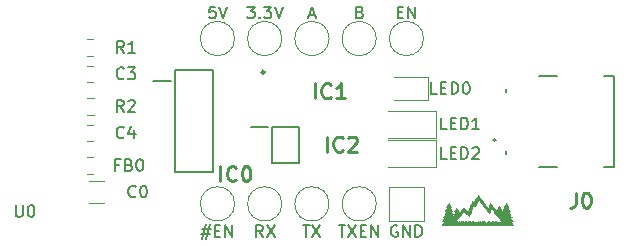
<source format=gbr>
G04 #@! TF.GenerationSoftware,KiCad,Pcbnew,(5.1.0)-1*
G04 #@! TF.CreationDate,2022-11-08T17:01:55+01:00*
G04 #@! TF.ProjectId,USB - UART,55534220-2d20-4554-9152-542e6b696361,rev?*
G04 #@! TF.SameCoordinates,Original*
G04 #@! TF.FileFunction,Legend,Top*
G04 #@! TF.FilePolarity,Positive*
%FSLAX46Y46*%
G04 Gerber Fmt 4.6, Leading zero omitted, Abs format (unit mm)*
G04 Created by KiCad (PCBNEW (5.1.0)-1) date 2022-11-08 17:01:55*
%MOMM*%
%LPD*%
G04 APERTURE LIST*
%ADD10C,0.010000*%
%ADD11C,0.120000*%
%ADD12C,0.200000*%
%ADD13C,0.250000*%
%ADD14C,0.150000*%
%ADD15C,0.254000*%
G04 APERTURE END LIST*
D10*
G36*
X143829210Y-108785460D02*
G01*
X143841238Y-108799556D01*
X143870178Y-108836491D01*
X143914020Y-108893608D01*
X143970748Y-108968255D01*
X144038351Y-109057776D01*
X144114815Y-109159517D01*
X144198128Y-109270823D01*
X144251224Y-109341978D01*
X144337425Y-109457004D01*
X144417956Y-109563263D01*
X144490833Y-109658222D01*
X144554067Y-109739348D01*
X144605675Y-109804108D01*
X144643669Y-109849969D01*
X144666063Y-109874399D01*
X144671267Y-109877647D01*
X144680146Y-109858641D01*
X144696535Y-109815321D01*
X144718295Y-109753626D01*
X144743288Y-109679489D01*
X144750125Y-109658687D01*
X144775583Y-109582307D01*
X144798329Y-109516844D01*
X144816236Y-109468219D01*
X144827178Y-109442357D01*
X144828635Y-109440074D01*
X144840874Y-109448875D01*
X144870049Y-109479752D01*
X144913617Y-109529710D01*
X144969033Y-109595753D01*
X145033754Y-109674888D01*
X145105234Y-109764118D01*
X145123228Y-109786849D01*
X145406768Y-110145862D01*
X145442093Y-110076900D01*
X145477418Y-110007937D01*
X145431503Y-110002980D01*
X145385589Y-109998022D01*
X145447069Y-109915667D01*
X145486894Y-109858490D01*
X145524352Y-109798451D01*
X145543643Y-109763426D01*
X145578737Y-109693539D01*
X145641979Y-109803113D01*
X145678156Y-109862204D01*
X145714646Y-109915970D01*
X145744132Y-109953690D01*
X145746581Y-109956343D01*
X145787940Y-110000000D01*
X145737345Y-110000000D01*
X145702625Y-110002913D01*
X145686839Y-110009990D01*
X145686749Y-110010622D01*
X145694975Y-110034015D01*
X145716256Y-110075001D01*
X145745496Y-110125119D01*
X145777600Y-110175911D01*
X145807472Y-110218918D01*
X145825805Y-110241468D01*
X145866117Y-110284500D01*
X145806695Y-110268092D01*
X145766729Y-110259556D01*
X145741525Y-110258801D01*
X145738863Y-110260094D01*
X145740260Y-110278508D01*
X145754879Y-110314336D01*
X145778072Y-110358750D01*
X145805190Y-110402919D01*
X145831585Y-110438016D01*
X145833862Y-110440531D01*
X145866909Y-110476249D01*
X145824454Y-110476249D01*
X145789887Y-110482465D01*
X145784624Y-110499900D01*
X145804391Y-110522695D01*
X145819782Y-110528017D01*
X145839085Y-110516449D01*
X145867048Y-110484082D01*
X145891349Y-110451112D01*
X145922248Y-110404557D01*
X145942381Y-110367489D01*
X145947611Y-110347585D01*
X145947396Y-110347160D01*
X145926690Y-110336679D01*
X145898481Y-110333375D01*
X145858085Y-110333375D01*
X145903386Y-110281636D01*
X145932261Y-110243077D01*
X145960887Y-110196020D01*
X145984983Y-110148920D01*
X146000266Y-110110237D01*
X146002455Y-110088427D01*
X146001713Y-110087422D01*
X145983017Y-110086347D01*
X145946982Y-110093527D01*
X145940750Y-110095249D01*
X145898023Y-110105155D01*
X145883062Y-110100679D01*
X145894333Y-110079679D01*
X145913760Y-110057490D01*
X145939621Y-110023914D01*
X145970808Y-109975538D01*
X146002441Y-109921065D01*
X146029636Y-109869199D01*
X146047513Y-109828644D01*
X146051875Y-109811246D01*
X146038300Y-109798004D01*
X146012187Y-109793625D01*
X145982319Y-109791161D01*
X145972500Y-109786448D01*
X145980913Y-109770923D01*
X146003188Y-109736326D01*
X146034874Y-109689524D01*
X146041957Y-109679291D01*
X146081982Y-109619045D01*
X146119702Y-109557857D01*
X146146512Y-109509794D01*
X146181611Y-109440275D01*
X146252742Y-109565356D01*
X146289552Y-109627025D01*
X146325756Y-109682539D01*
X146355199Y-109722613D01*
X146362721Y-109731225D01*
X146388317Y-109765247D01*
X146385690Y-109785402D01*
X146354315Y-109793349D01*
X146342916Y-109793625D01*
X146314339Y-109796691D01*
X146305875Y-109802015D01*
X146313893Y-109826936D01*
X146334789Y-109869968D01*
X146363821Y-109922807D01*
X146396246Y-109977151D01*
X146427323Y-110024697D01*
X146450276Y-110054875D01*
X146479388Y-110090225D01*
X146485131Y-110106901D01*
X146465278Y-110107701D01*
X146417946Y-110095521D01*
X146380463Y-110086738D01*
X146358725Y-110085340D01*
X146357452Y-110086005D01*
X146360066Y-110103148D01*
X146375134Y-110138857D01*
X146398254Y-110184789D01*
X146425024Y-110232605D01*
X146451044Y-110273961D01*
X146469143Y-110297656D01*
X146487692Y-110323817D01*
X146479858Y-110335731D01*
X146443874Y-110335418D01*
X146436843Y-110334560D01*
X146418557Y-110342872D01*
X146417000Y-110349425D01*
X146426809Y-110376440D01*
X146452575Y-110419436D01*
X146488806Y-110470982D01*
X146530009Y-110523651D01*
X146570691Y-110570012D01*
X146602533Y-110600377D01*
X146663062Y-110649810D01*
X146587656Y-110650342D01*
X146543697Y-110652901D01*
X146516551Y-110658814D01*
X146512309Y-110662781D01*
X146523131Y-110692664D01*
X146552159Y-110737853D01*
X146594538Y-110791831D01*
X146645411Y-110848081D01*
X146665256Y-110868011D01*
X146705659Y-110907985D01*
X146734664Y-110937699D01*
X146747107Y-110951836D01*
X146747116Y-110952328D01*
X146730604Y-110948027D01*
X146693438Y-110937204D01*
X146664508Y-110928515D01*
X146602968Y-110911501D01*
X146565802Y-110906164D01*
X146547897Y-110912411D01*
X146544000Y-110926323D01*
X146553013Y-110959615D01*
X146576988Y-111009920D01*
X146611327Y-111069239D01*
X146651432Y-111129576D01*
X146689070Y-111178636D01*
X146752126Y-111253960D01*
X143749552Y-111258011D01*
X143443209Y-111258397D01*
X143145417Y-111258718D01*
X142857726Y-111258975D01*
X142581685Y-111259169D01*
X142318843Y-111259300D01*
X142070748Y-111259369D01*
X141838949Y-111259376D01*
X141624997Y-111259323D01*
X141430439Y-111259209D01*
X141256825Y-111259036D01*
X141105703Y-111258803D01*
X140978624Y-111258512D01*
X140877135Y-111258164D01*
X140802786Y-111257758D01*
X140757126Y-111257296D01*
X140741707Y-111256791D01*
X140748845Y-111243838D01*
X140772955Y-111217027D01*
X140788910Y-111201229D01*
X140834228Y-111149747D01*
X140879616Y-111085068D01*
X140902314Y-111045743D01*
X141849971Y-111045743D01*
X141864611Y-111045321D01*
X141894068Y-111028457D01*
X141929887Y-111000125D01*
X141965885Y-110971387D01*
X141993437Y-110954434D01*
X142000153Y-110952500D01*
X142015174Y-110965904D01*
X142034416Y-110999731D01*
X142042548Y-111018406D01*
X142068919Y-111084313D01*
X142128285Y-111026344D01*
X142163563Y-110993615D01*
X142189601Y-110972596D01*
X142197666Y-110968375D01*
X142214082Y-110978606D01*
X142243260Y-111004262D01*
X142255307Y-111016000D01*
X142297848Y-111051925D01*
X142329562Y-111059839D01*
X142355734Y-111039089D01*
X142376389Y-111001061D01*
X142395053Y-110962817D01*
X142409620Y-110948906D01*
X142428360Y-110954418D01*
X142441297Y-110962542D01*
X142479927Y-110978963D01*
X142509034Y-110981449D01*
X142542986Y-110987730D01*
X142574426Y-111007357D01*
X142592955Y-111023173D01*
X142609050Y-111029231D01*
X142630116Y-111023682D01*
X142663558Y-111004675D01*
X142713216Y-110972676D01*
X142735605Y-110960969D01*
X142751607Y-110965807D01*
X142769171Y-110992098D01*
X142780806Y-111014394D01*
X142802499Y-111053249D01*
X142819678Y-111068613D01*
X142840745Y-111065999D01*
X142852110Y-111061170D01*
X142886199Y-111033826D01*
X142909619Y-110997725D01*
X142930767Y-110956529D01*
X142952699Y-110942975D01*
X142982916Y-110953673D01*
X142993072Y-110960020D01*
X143034517Y-110978222D01*
X143086184Y-110990167D01*
X143092739Y-110990933D01*
X143147842Y-111002901D01*
X143206123Y-111024711D01*
X143217837Y-111030512D01*
X143280986Y-111063891D01*
X143318120Y-110990824D01*
X143340500Y-110948733D01*
X143355567Y-110930761D01*
X143370000Y-110932525D01*
X143386452Y-110945990D01*
X143416257Y-110979077D01*
X143447022Y-111021813D01*
X143449540Y-111025823D01*
X143484817Y-111069653D01*
X143519649Y-111082586D01*
X143557802Y-111065192D01*
X143579119Y-111045491D01*
X143624744Y-111010672D01*
X143677136Y-111000134D01*
X143679127Y-111000125D01*
X143732920Y-110993042D01*
X143781929Y-110976219D01*
X143814745Y-110961547D01*
X143832274Y-110963996D01*
X143844110Y-110980188D01*
X143870400Y-111023831D01*
X143888159Y-111042393D01*
X143903844Y-111038781D01*
X143923778Y-111016075D01*
X143954447Y-110976463D01*
X143999936Y-111020044D01*
X144041940Y-111053407D01*
X144074185Y-111059247D01*
X144102283Y-111036319D01*
X144127888Y-110991656D01*
X144150145Y-110949604D01*
X144167006Y-110931565D01*
X144185017Y-110932136D01*
X144194551Y-110936652D01*
X144234081Y-110944905D01*
X144260008Y-110935550D01*
X144305793Y-110926859D01*
X144350451Y-110948074D01*
X144390788Y-110997418D01*
X144399424Y-111013157D01*
X144426110Y-111055396D01*
X144457575Y-111076887D01*
X144491352Y-111085294D01*
X144534608Y-111088846D01*
X144564919Y-111076982D01*
X144593958Y-111049114D01*
X144630055Y-111014038D01*
X144663792Y-110988161D01*
X144668132Y-110985650D01*
X144691259Y-110978367D01*
X144710585Y-110989894D01*
X144733376Y-111022524D01*
X144756813Y-111056525D01*
X144776756Y-111067919D01*
X144804907Y-111061975D01*
X144813762Y-111058713D01*
X144853132Y-111048921D01*
X144877497Y-111057760D01*
X144879541Y-111059691D01*
X144896949Y-111065987D01*
X144923311Y-111053144D01*
X144959184Y-111023401D01*
X144996134Y-110992100D01*
X145024091Y-110972167D01*
X145032980Y-110968375D01*
X145047228Y-110981344D01*
X145067174Y-111013751D01*
X145073812Y-111026972D01*
X145101756Y-111085570D01*
X145140242Y-111036393D01*
X145176384Y-111001285D01*
X145208505Y-110995012D01*
X145209321Y-110995216D01*
X145244963Y-110989391D01*
X145268422Y-110969920D01*
X145292660Y-110945460D01*
X145307121Y-110936625D01*
X145318192Y-110950076D01*
X145334939Y-110984307D01*
X145344593Y-111008062D01*
X145364362Y-111050498D01*
X145383151Y-111076240D01*
X145396725Y-111080987D01*
X145401000Y-111065323D01*
X145412819Y-111045138D01*
X145441154Y-111041342D01*
X145475318Y-111053947D01*
X145490007Y-111065217D01*
X145526454Y-111099457D01*
X145589450Y-111068289D01*
X145643942Y-111048217D01*
X145677837Y-111051330D01*
X145704407Y-111051478D01*
X145739473Y-111035932D01*
X145771960Y-111011986D01*
X145790794Y-110986932D01*
X145791660Y-110976380D01*
X145780922Y-110959889D01*
X145752978Y-110922163D01*
X145710246Y-110866242D01*
X145655143Y-110795163D01*
X145590086Y-110711967D01*
X145517494Y-110619691D01*
X145439784Y-110521375D01*
X145359373Y-110420057D01*
X145278679Y-110318777D01*
X145200119Y-110220573D01*
X145126110Y-110128484D01*
X145059071Y-110045549D01*
X145001418Y-109974807D01*
X144955569Y-109919296D01*
X144923942Y-109882055D01*
X144908954Y-109866124D01*
X144908140Y-109865774D01*
X144900378Y-109881902D01*
X144884955Y-109922743D01*
X144863853Y-109982760D01*
X144839053Y-110056417D01*
X144829261Y-110086250D01*
X144803550Y-110163079D01*
X144780620Y-110227807D01*
X144762473Y-110275058D01*
X144751113Y-110299460D01*
X144748983Y-110301625D01*
X144737696Y-110289312D01*
X144709408Y-110254073D01*
X144666068Y-110198453D01*
X144609627Y-110125000D01*
X144542033Y-110036262D01*
X144465236Y-109934784D01*
X144381187Y-109823113D01*
X144311924Y-109730676D01*
X144223504Y-109612936D01*
X144140660Y-109503565D01*
X144065358Y-109405091D01*
X143999563Y-109320042D01*
X143945243Y-109250945D01*
X143904363Y-109200327D01*
X143878889Y-109170716D01*
X143870978Y-109163829D01*
X143858587Y-109178048D01*
X143832620Y-109215076D01*
X143795951Y-109270568D01*
X143751455Y-109340179D01*
X143704122Y-109416123D01*
X143654904Y-109495662D01*
X143611064Y-109565841D01*
X143575436Y-109622174D01*
X143550858Y-109660178D01*
X143540322Y-109675218D01*
X143521463Y-109674403D01*
X143487087Y-109659377D01*
X143472187Y-109650750D01*
X143435612Y-109630506D01*
X143411748Y-109621688D01*
X143408063Y-109622270D01*
X143402398Y-109633489D01*
X143389019Y-109664048D01*
X143367382Y-109715268D01*
X143336941Y-109788467D01*
X143297151Y-109884966D01*
X143247467Y-110006086D01*
X143187346Y-110153145D01*
X143116240Y-110327464D01*
X143063607Y-110456669D01*
X143029564Y-110540275D01*
X142965126Y-110480732D01*
X142929368Y-110447095D01*
X142877450Y-110397490D01*
X142815883Y-110338174D01*
X142751182Y-110275402D01*
X142740422Y-110264917D01*
X142580158Y-110108646D01*
X142541985Y-110155962D01*
X142481771Y-110230891D01*
X142413243Y-110316657D01*
X142339056Y-110409890D01*
X142261867Y-110507216D01*
X142184333Y-110605265D01*
X142109111Y-110700663D01*
X142038856Y-110790039D01*
X141976227Y-110870021D01*
X141923878Y-110937237D01*
X141884467Y-110988314D01*
X141860651Y-111019881D01*
X141855039Y-111027906D01*
X141849971Y-111045743D01*
X140902314Y-111045743D01*
X140918198Y-111018225D01*
X140943100Y-110960252D01*
X140946360Y-110948531D01*
X140950100Y-110921147D01*
X140941663Y-110907697D01*
X140915959Y-110907261D01*
X140867902Y-110918920D01*
X140835491Y-110928515D01*
X140790436Y-110941961D01*
X140760069Y-110950606D01*
X140752883Y-110952328D01*
X140761046Y-110942277D01*
X140786892Y-110915495D01*
X140825258Y-110877298D01*
X140834743Y-110868011D01*
X140887515Y-110812561D01*
X140933576Y-110756992D01*
X140968070Y-110707820D01*
X140986140Y-110671561D01*
X140987690Y-110662781D01*
X140984552Y-110661225D01*
X141647504Y-110661225D01*
X141654499Y-110684148D01*
X141657575Y-110690973D01*
X141677839Y-110720635D01*
X141700164Y-110720288D01*
X141727802Y-110689700D01*
X141730483Y-110685723D01*
X141743649Y-110662704D01*
X141737434Y-110653013D01*
X141706221Y-110650896D01*
X141696464Y-110650875D01*
X141659341Y-110652353D01*
X141647504Y-110661225D01*
X140984552Y-110661225D01*
X140973483Y-110655738D01*
X140937274Y-110651191D01*
X140912343Y-110650342D01*
X140836937Y-110649810D01*
X140899254Y-110598942D01*
X140933025Y-110565965D01*
X140972810Y-110519294D01*
X141013153Y-110466435D01*
X141048601Y-110414891D01*
X141073699Y-110372169D01*
X141083000Y-110346092D01*
X141070729Y-110334650D01*
X141063156Y-110334560D01*
X141023279Y-110336352D01*
X141011788Y-110326188D01*
X141026917Y-110302046D01*
X141030856Y-110297656D01*
X141052827Y-110268212D01*
X141079257Y-110225284D01*
X141105744Y-110177212D01*
X141127887Y-110132337D01*
X141141284Y-110099001D01*
X141142547Y-110086005D01*
X141124864Y-110085900D01*
X141089262Y-110093521D01*
X141082053Y-110095521D01*
X141034538Y-110107735D01*
X141014832Y-110106855D01*
X141020709Y-110090084D01*
X141049723Y-110054875D01*
X141075514Y-110020592D01*
X141106932Y-109972017D01*
X141139235Y-109917455D01*
X141167682Y-109865206D01*
X141187530Y-109823575D01*
X141194125Y-109802015D01*
X141180304Y-109796119D01*
X141147015Y-109793625D01*
X141146500Y-109793625D01*
X141110034Y-109790170D01*
X141101596Y-109776976D01*
X141119903Y-109749797D01*
X141129938Y-109738793D01*
X141151664Y-109710818D01*
X141183931Y-109663477D01*
X141221331Y-109604858D01*
X141240189Y-109573971D01*
X141319377Y-109442214D01*
X141353981Y-109510763D01*
X141381084Y-109559252D01*
X141418681Y-109620111D01*
X141458042Y-109679291D01*
X141491077Y-109727713D01*
X141515593Y-109765303D01*
X141527138Y-109785196D01*
X141527500Y-109786448D01*
X141513684Y-109791505D01*
X141480441Y-109793624D01*
X141480215Y-109793625D01*
X141447992Y-109795757D01*
X141441157Y-109808466D01*
X141451850Y-109837281D01*
X141473056Y-109879985D01*
X141502393Y-109931356D01*
X141535200Y-109984186D01*
X141566821Y-110031265D01*
X141592597Y-110065384D01*
X141607869Y-110079336D01*
X141608298Y-110079375D01*
X141622184Y-110091633D01*
X141622750Y-110096319D01*
X141610256Y-110106252D01*
X141591000Y-110104257D01*
X141547161Y-110091820D01*
X141527500Y-110086242D01*
X141501030Y-110086605D01*
X141495750Y-110098384D01*
X141504701Y-110131609D01*
X141527705Y-110179375D01*
X141558982Y-110231424D01*
X141592756Y-110277500D01*
X141603533Y-110289718D01*
X141627870Y-110319969D01*
X141627836Y-110334084D01*
X141621751Y-110335792D01*
X141584251Y-110339612D01*
X141575125Y-110340503D01*
X141558102Y-110349334D01*
X141560086Y-110372976D01*
X141581995Y-110414725D01*
X141605962Y-110451110D01*
X141645986Y-110504055D01*
X141688715Y-110552289D01*
X141728346Y-110590101D01*
X141759072Y-110611775D01*
X141771858Y-110614401D01*
X141792020Y-110597734D01*
X141788215Y-110578848D01*
X141766947Y-110571500D01*
X141742968Y-110569348D01*
X141736769Y-110559238D01*
X141749281Y-110535683D01*
X141779890Y-110495162D01*
X141810594Y-110451070D01*
X141832840Y-110410210D01*
X141837187Y-110398751D01*
X141842332Y-110374643D01*
X141832998Y-110366315D01*
X141801872Y-110369727D01*
X141788964Y-110372103D01*
X141729460Y-110383266D01*
X141784854Y-110318551D01*
X141822960Y-110267174D01*
X141855343Y-110212002D01*
X141865159Y-110190418D01*
X141890070Y-110127000D01*
X141809481Y-110127000D01*
X141848633Y-110075406D01*
X141879056Y-110031660D01*
X141914567Y-109975500D01*
X141935086Y-109940697D01*
X141982387Y-109857581D01*
X142070359Y-109992290D01*
X142109576Y-110053017D01*
X142132899Y-110092105D01*
X142142099Y-110114295D01*
X142138951Y-110124328D01*
X142125226Y-110126947D01*
X142120728Y-110127000D01*
X142091871Y-110129709D01*
X142083125Y-110134512D01*
X142089908Y-110155667D01*
X142106625Y-110191489D01*
X142127830Y-110231764D01*
X142148073Y-110266276D01*
X142161907Y-110284809D01*
X142163779Y-110285750D01*
X142178904Y-110274169D01*
X142204922Y-110244801D01*
X142219470Y-110226218D01*
X142280561Y-110146258D01*
X142342716Y-110066846D01*
X142402735Y-109991865D01*
X142457418Y-109925197D01*
X142503565Y-109870725D01*
X142537975Y-109832331D01*
X142557449Y-109813898D01*
X142560172Y-109812891D01*
X142575519Y-109824998D01*
X142609122Y-109855035D01*
X142656434Y-109898837D01*
X142712912Y-109952238D01*
X142729652Y-109968250D01*
X142790227Y-110026128D01*
X142845083Y-110078166D01*
X142888876Y-110119319D01*
X142916263Y-110144545D01*
X142919419Y-110147338D01*
X142927571Y-110155656D01*
X142934130Y-110162528D01*
X142940395Y-110165335D01*
X142947666Y-110161455D01*
X142957244Y-110148268D01*
X142970429Y-110123152D01*
X142988520Y-110083487D01*
X143012818Y-110026652D01*
X143044623Y-109950026D01*
X143085235Y-109850988D01*
X143135953Y-109726917D01*
X143173617Y-109634875D01*
X143207708Y-109551894D01*
X143240135Y-109473417D01*
X143267747Y-109407044D01*
X143287389Y-109360373D01*
X143290984Y-109351980D01*
X143320574Y-109283398D01*
X143374066Y-109324199D01*
X143410866Y-109349602D01*
X143438315Y-109363870D01*
X143443521Y-109364999D01*
X143459216Y-109352378D01*
X143484921Y-109319314D01*
X143514601Y-109273718D01*
X143595181Y-109140570D01*
X143661038Y-109032501D01*
X143713620Y-108947269D01*
X143754371Y-108882628D01*
X143784739Y-108836333D01*
X143806170Y-108806141D01*
X143820110Y-108789806D01*
X143828005Y-108785085D01*
X143829210Y-108785460D01*
X143829210Y-108785460D01*
G37*
X143829210Y-108785460D02*
X143841238Y-108799556D01*
X143870178Y-108836491D01*
X143914020Y-108893608D01*
X143970748Y-108968255D01*
X144038351Y-109057776D01*
X144114815Y-109159517D01*
X144198128Y-109270823D01*
X144251224Y-109341978D01*
X144337425Y-109457004D01*
X144417956Y-109563263D01*
X144490833Y-109658222D01*
X144554067Y-109739348D01*
X144605675Y-109804108D01*
X144643669Y-109849969D01*
X144666063Y-109874399D01*
X144671267Y-109877647D01*
X144680146Y-109858641D01*
X144696535Y-109815321D01*
X144718295Y-109753626D01*
X144743288Y-109679489D01*
X144750125Y-109658687D01*
X144775583Y-109582307D01*
X144798329Y-109516844D01*
X144816236Y-109468219D01*
X144827178Y-109442357D01*
X144828635Y-109440074D01*
X144840874Y-109448875D01*
X144870049Y-109479752D01*
X144913617Y-109529710D01*
X144969033Y-109595753D01*
X145033754Y-109674888D01*
X145105234Y-109764118D01*
X145123228Y-109786849D01*
X145406768Y-110145862D01*
X145442093Y-110076900D01*
X145477418Y-110007937D01*
X145431503Y-110002980D01*
X145385589Y-109998022D01*
X145447069Y-109915667D01*
X145486894Y-109858490D01*
X145524352Y-109798451D01*
X145543643Y-109763426D01*
X145578737Y-109693539D01*
X145641979Y-109803113D01*
X145678156Y-109862204D01*
X145714646Y-109915970D01*
X145744132Y-109953690D01*
X145746581Y-109956343D01*
X145787940Y-110000000D01*
X145737345Y-110000000D01*
X145702625Y-110002913D01*
X145686839Y-110009990D01*
X145686749Y-110010622D01*
X145694975Y-110034015D01*
X145716256Y-110075001D01*
X145745496Y-110125119D01*
X145777600Y-110175911D01*
X145807472Y-110218918D01*
X145825805Y-110241468D01*
X145866117Y-110284500D01*
X145806695Y-110268092D01*
X145766729Y-110259556D01*
X145741525Y-110258801D01*
X145738863Y-110260094D01*
X145740260Y-110278508D01*
X145754879Y-110314336D01*
X145778072Y-110358750D01*
X145805190Y-110402919D01*
X145831585Y-110438016D01*
X145833862Y-110440531D01*
X145866909Y-110476249D01*
X145824454Y-110476249D01*
X145789887Y-110482465D01*
X145784624Y-110499900D01*
X145804391Y-110522695D01*
X145819782Y-110528017D01*
X145839085Y-110516449D01*
X145867048Y-110484082D01*
X145891349Y-110451112D01*
X145922248Y-110404557D01*
X145942381Y-110367489D01*
X145947611Y-110347585D01*
X145947396Y-110347160D01*
X145926690Y-110336679D01*
X145898481Y-110333375D01*
X145858085Y-110333375D01*
X145903386Y-110281636D01*
X145932261Y-110243077D01*
X145960887Y-110196020D01*
X145984983Y-110148920D01*
X146000266Y-110110237D01*
X146002455Y-110088427D01*
X146001713Y-110087422D01*
X145983017Y-110086347D01*
X145946982Y-110093527D01*
X145940750Y-110095249D01*
X145898023Y-110105155D01*
X145883062Y-110100679D01*
X145894333Y-110079679D01*
X145913760Y-110057490D01*
X145939621Y-110023914D01*
X145970808Y-109975538D01*
X146002441Y-109921065D01*
X146029636Y-109869199D01*
X146047513Y-109828644D01*
X146051875Y-109811246D01*
X146038300Y-109798004D01*
X146012187Y-109793625D01*
X145982319Y-109791161D01*
X145972500Y-109786448D01*
X145980913Y-109770923D01*
X146003188Y-109736326D01*
X146034874Y-109689524D01*
X146041957Y-109679291D01*
X146081982Y-109619045D01*
X146119702Y-109557857D01*
X146146512Y-109509794D01*
X146181611Y-109440275D01*
X146252742Y-109565356D01*
X146289552Y-109627025D01*
X146325756Y-109682539D01*
X146355199Y-109722613D01*
X146362721Y-109731225D01*
X146388317Y-109765247D01*
X146385690Y-109785402D01*
X146354315Y-109793349D01*
X146342916Y-109793625D01*
X146314339Y-109796691D01*
X146305875Y-109802015D01*
X146313893Y-109826936D01*
X146334789Y-109869968D01*
X146363821Y-109922807D01*
X146396246Y-109977151D01*
X146427323Y-110024697D01*
X146450276Y-110054875D01*
X146479388Y-110090225D01*
X146485131Y-110106901D01*
X146465278Y-110107701D01*
X146417946Y-110095521D01*
X146380463Y-110086738D01*
X146358725Y-110085340D01*
X146357452Y-110086005D01*
X146360066Y-110103148D01*
X146375134Y-110138857D01*
X146398254Y-110184789D01*
X146425024Y-110232605D01*
X146451044Y-110273961D01*
X146469143Y-110297656D01*
X146487692Y-110323817D01*
X146479858Y-110335731D01*
X146443874Y-110335418D01*
X146436843Y-110334560D01*
X146418557Y-110342872D01*
X146417000Y-110349425D01*
X146426809Y-110376440D01*
X146452575Y-110419436D01*
X146488806Y-110470982D01*
X146530009Y-110523651D01*
X146570691Y-110570012D01*
X146602533Y-110600377D01*
X146663062Y-110649810D01*
X146587656Y-110650342D01*
X146543697Y-110652901D01*
X146516551Y-110658814D01*
X146512309Y-110662781D01*
X146523131Y-110692664D01*
X146552159Y-110737853D01*
X146594538Y-110791831D01*
X146645411Y-110848081D01*
X146665256Y-110868011D01*
X146705659Y-110907985D01*
X146734664Y-110937699D01*
X146747107Y-110951836D01*
X146747116Y-110952328D01*
X146730604Y-110948027D01*
X146693438Y-110937204D01*
X146664508Y-110928515D01*
X146602968Y-110911501D01*
X146565802Y-110906164D01*
X146547897Y-110912411D01*
X146544000Y-110926323D01*
X146553013Y-110959615D01*
X146576988Y-111009920D01*
X146611327Y-111069239D01*
X146651432Y-111129576D01*
X146689070Y-111178636D01*
X146752126Y-111253960D01*
X143749552Y-111258011D01*
X143443209Y-111258397D01*
X143145417Y-111258718D01*
X142857726Y-111258975D01*
X142581685Y-111259169D01*
X142318843Y-111259300D01*
X142070748Y-111259369D01*
X141838949Y-111259376D01*
X141624997Y-111259323D01*
X141430439Y-111259209D01*
X141256825Y-111259036D01*
X141105703Y-111258803D01*
X140978624Y-111258512D01*
X140877135Y-111258164D01*
X140802786Y-111257758D01*
X140757126Y-111257296D01*
X140741707Y-111256791D01*
X140748845Y-111243838D01*
X140772955Y-111217027D01*
X140788910Y-111201229D01*
X140834228Y-111149747D01*
X140879616Y-111085068D01*
X140902314Y-111045743D01*
X141849971Y-111045743D01*
X141864611Y-111045321D01*
X141894068Y-111028457D01*
X141929887Y-111000125D01*
X141965885Y-110971387D01*
X141993437Y-110954434D01*
X142000153Y-110952500D01*
X142015174Y-110965904D01*
X142034416Y-110999731D01*
X142042548Y-111018406D01*
X142068919Y-111084313D01*
X142128285Y-111026344D01*
X142163563Y-110993615D01*
X142189601Y-110972596D01*
X142197666Y-110968375D01*
X142214082Y-110978606D01*
X142243260Y-111004262D01*
X142255307Y-111016000D01*
X142297848Y-111051925D01*
X142329562Y-111059839D01*
X142355734Y-111039089D01*
X142376389Y-111001061D01*
X142395053Y-110962817D01*
X142409620Y-110948906D01*
X142428360Y-110954418D01*
X142441297Y-110962542D01*
X142479927Y-110978963D01*
X142509034Y-110981449D01*
X142542986Y-110987730D01*
X142574426Y-111007357D01*
X142592955Y-111023173D01*
X142609050Y-111029231D01*
X142630116Y-111023682D01*
X142663558Y-111004675D01*
X142713216Y-110972676D01*
X142735605Y-110960969D01*
X142751607Y-110965807D01*
X142769171Y-110992098D01*
X142780806Y-111014394D01*
X142802499Y-111053249D01*
X142819678Y-111068613D01*
X142840745Y-111065999D01*
X142852110Y-111061170D01*
X142886199Y-111033826D01*
X142909619Y-110997725D01*
X142930767Y-110956529D01*
X142952699Y-110942975D01*
X142982916Y-110953673D01*
X142993072Y-110960020D01*
X143034517Y-110978222D01*
X143086184Y-110990167D01*
X143092739Y-110990933D01*
X143147842Y-111002901D01*
X143206123Y-111024711D01*
X143217837Y-111030512D01*
X143280986Y-111063891D01*
X143318120Y-110990824D01*
X143340500Y-110948733D01*
X143355567Y-110930761D01*
X143370000Y-110932525D01*
X143386452Y-110945990D01*
X143416257Y-110979077D01*
X143447022Y-111021813D01*
X143449540Y-111025823D01*
X143484817Y-111069653D01*
X143519649Y-111082586D01*
X143557802Y-111065192D01*
X143579119Y-111045491D01*
X143624744Y-111010672D01*
X143677136Y-111000134D01*
X143679127Y-111000125D01*
X143732920Y-110993042D01*
X143781929Y-110976219D01*
X143814745Y-110961547D01*
X143832274Y-110963996D01*
X143844110Y-110980188D01*
X143870400Y-111023831D01*
X143888159Y-111042393D01*
X143903844Y-111038781D01*
X143923778Y-111016075D01*
X143954447Y-110976463D01*
X143999936Y-111020044D01*
X144041940Y-111053407D01*
X144074185Y-111059247D01*
X144102283Y-111036319D01*
X144127888Y-110991656D01*
X144150145Y-110949604D01*
X144167006Y-110931565D01*
X144185017Y-110932136D01*
X144194551Y-110936652D01*
X144234081Y-110944905D01*
X144260008Y-110935550D01*
X144305793Y-110926859D01*
X144350451Y-110948074D01*
X144390788Y-110997418D01*
X144399424Y-111013157D01*
X144426110Y-111055396D01*
X144457575Y-111076887D01*
X144491352Y-111085294D01*
X144534608Y-111088846D01*
X144564919Y-111076982D01*
X144593958Y-111049114D01*
X144630055Y-111014038D01*
X144663792Y-110988161D01*
X144668132Y-110985650D01*
X144691259Y-110978367D01*
X144710585Y-110989894D01*
X144733376Y-111022524D01*
X144756813Y-111056525D01*
X144776756Y-111067919D01*
X144804907Y-111061975D01*
X144813762Y-111058713D01*
X144853132Y-111048921D01*
X144877497Y-111057760D01*
X144879541Y-111059691D01*
X144896949Y-111065987D01*
X144923311Y-111053144D01*
X144959184Y-111023401D01*
X144996134Y-110992100D01*
X145024091Y-110972167D01*
X145032980Y-110968375D01*
X145047228Y-110981344D01*
X145067174Y-111013751D01*
X145073812Y-111026972D01*
X145101756Y-111085570D01*
X145140242Y-111036393D01*
X145176384Y-111001285D01*
X145208505Y-110995012D01*
X145209321Y-110995216D01*
X145244963Y-110989391D01*
X145268422Y-110969920D01*
X145292660Y-110945460D01*
X145307121Y-110936625D01*
X145318192Y-110950076D01*
X145334939Y-110984307D01*
X145344593Y-111008062D01*
X145364362Y-111050498D01*
X145383151Y-111076240D01*
X145396725Y-111080987D01*
X145401000Y-111065323D01*
X145412819Y-111045138D01*
X145441154Y-111041342D01*
X145475318Y-111053947D01*
X145490007Y-111065217D01*
X145526454Y-111099457D01*
X145589450Y-111068289D01*
X145643942Y-111048217D01*
X145677837Y-111051330D01*
X145704407Y-111051478D01*
X145739473Y-111035932D01*
X145771960Y-111011986D01*
X145790794Y-110986932D01*
X145791660Y-110976380D01*
X145780922Y-110959889D01*
X145752978Y-110922163D01*
X145710246Y-110866242D01*
X145655143Y-110795163D01*
X145590086Y-110711967D01*
X145517494Y-110619691D01*
X145439784Y-110521375D01*
X145359373Y-110420057D01*
X145278679Y-110318777D01*
X145200119Y-110220573D01*
X145126110Y-110128484D01*
X145059071Y-110045549D01*
X145001418Y-109974807D01*
X144955569Y-109919296D01*
X144923942Y-109882055D01*
X144908954Y-109866124D01*
X144908140Y-109865774D01*
X144900378Y-109881902D01*
X144884955Y-109922743D01*
X144863853Y-109982760D01*
X144839053Y-110056417D01*
X144829261Y-110086250D01*
X144803550Y-110163079D01*
X144780620Y-110227807D01*
X144762473Y-110275058D01*
X144751113Y-110299460D01*
X144748983Y-110301625D01*
X144737696Y-110289312D01*
X144709408Y-110254073D01*
X144666068Y-110198453D01*
X144609627Y-110125000D01*
X144542033Y-110036262D01*
X144465236Y-109934784D01*
X144381187Y-109823113D01*
X144311924Y-109730676D01*
X144223504Y-109612936D01*
X144140660Y-109503565D01*
X144065358Y-109405091D01*
X143999563Y-109320042D01*
X143945243Y-109250945D01*
X143904363Y-109200327D01*
X143878889Y-109170716D01*
X143870978Y-109163829D01*
X143858587Y-109178048D01*
X143832620Y-109215076D01*
X143795951Y-109270568D01*
X143751455Y-109340179D01*
X143704122Y-109416123D01*
X143654904Y-109495662D01*
X143611064Y-109565841D01*
X143575436Y-109622174D01*
X143550858Y-109660178D01*
X143540322Y-109675218D01*
X143521463Y-109674403D01*
X143487087Y-109659377D01*
X143472187Y-109650750D01*
X143435612Y-109630506D01*
X143411748Y-109621688D01*
X143408063Y-109622270D01*
X143402398Y-109633489D01*
X143389019Y-109664048D01*
X143367382Y-109715268D01*
X143336941Y-109788467D01*
X143297151Y-109884966D01*
X143247467Y-110006086D01*
X143187346Y-110153145D01*
X143116240Y-110327464D01*
X143063607Y-110456669D01*
X143029564Y-110540275D01*
X142965126Y-110480732D01*
X142929368Y-110447095D01*
X142877450Y-110397490D01*
X142815883Y-110338174D01*
X142751182Y-110275402D01*
X142740422Y-110264917D01*
X142580158Y-110108646D01*
X142541985Y-110155962D01*
X142481771Y-110230891D01*
X142413243Y-110316657D01*
X142339056Y-110409890D01*
X142261867Y-110507216D01*
X142184333Y-110605265D01*
X142109111Y-110700663D01*
X142038856Y-110790039D01*
X141976227Y-110870021D01*
X141923878Y-110937237D01*
X141884467Y-110988314D01*
X141860651Y-111019881D01*
X141855039Y-111027906D01*
X141849971Y-111045743D01*
X140902314Y-111045743D01*
X140918198Y-111018225D01*
X140943100Y-110960252D01*
X140946360Y-110948531D01*
X140950100Y-110921147D01*
X140941663Y-110907697D01*
X140915959Y-110907261D01*
X140867902Y-110918920D01*
X140835491Y-110928515D01*
X140790436Y-110941961D01*
X140760069Y-110950606D01*
X140752883Y-110952328D01*
X140761046Y-110942277D01*
X140786892Y-110915495D01*
X140825258Y-110877298D01*
X140834743Y-110868011D01*
X140887515Y-110812561D01*
X140933576Y-110756992D01*
X140968070Y-110707820D01*
X140986140Y-110671561D01*
X140987690Y-110662781D01*
X140984552Y-110661225D01*
X141647504Y-110661225D01*
X141654499Y-110684148D01*
X141657575Y-110690973D01*
X141677839Y-110720635D01*
X141700164Y-110720288D01*
X141727802Y-110689700D01*
X141730483Y-110685723D01*
X141743649Y-110662704D01*
X141737434Y-110653013D01*
X141706221Y-110650896D01*
X141696464Y-110650875D01*
X141659341Y-110652353D01*
X141647504Y-110661225D01*
X140984552Y-110661225D01*
X140973483Y-110655738D01*
X140937274Y-110651191D01*
X140912343Y-110650342D01*
X140836937Y-110649810D01*
X140899254Y-110598942D01*
X140933025Y-110565965D01*
X140972810Y-110519294D01*
X141013153Y-110466435D01*
X141048601Y-110414891D01*
X141073699Y-110372169D01*
X141083000Y-110346092D01*
X141070729Y-110334650D01*
X141063156Y-110334560D01*
X141023279Y-110336352D01*
X141011788Y-110326188D01*
X141026917Y-110302046D01*
X141030856Y-110297656D01*
X141052827Y-110268212D01*
X141079257Y-110225284D01*
X141105744Y-110177212D01*
X141127887Y-110132337D01*
X141141284Y-110099001D01*
X141142547Y-110086005D01*
X141124864Y-110085900D01*
X141089262Y-110093521D01*
X141082053Y-110095521D01*
X141034538Y-110107735D01*
X141014832Y-110106855D01*
X141020709Y-110090084D01*
X141049723Y-110054875D01*
X141075514Y-110020592D01*
X141106932Y-109972017D01*
X141139235Y-109917455D01*
X141167682Y-109865206D01*
X141187530Y-109823575D01*
X141194125Y-109802015D01*
X141180304Y-109796119D01*
X141147015Y-109793625D01*
X141146500Y-109793625D01*
X141110034Y-109790170D01*
X141101596Y-109776976D01*
X141119903Y-109749797D01*
X141129938Y-109738793D01*
X141151664Y-109710818D01*
X141183931Y-109663477D01*
X141221331Y-109604858D01*
X141240189Y-109573971D01*
X141319377Y-109442214D01*
X141353981Y-109510763D01*
X141381084Y-109559252D01*
X141418681Y-109620111D01*
X141458042Y-109679291D01*
X141491077Y-109727713D01*
X141515593Y-109765303D01*
X141527138Y-109785196D01*
X141527500Y-109786448D01*
X141513684Y-109791505D01*
X141480441Y-109793624D01*
X141480215Y-109793625D01*
X141447992Y-109795757D01*
X141441157Y-109808466D01*
X141451850Y-109837281D01*
X141473056Y-109879985D01*
X141502393Y-109931356D01*
X141535200Y-109984186D01*
X141566821Y-110031265D01*
X141592597Y-110065384D01*
X141607869Y-110079336D01*
X141608298Y-110079375D01*
X141622184Y-110091633D01*
X141622750Y-110096319D01*
X141610256Y-110106252D01*
X141591000Y-110104257D01*
X141547161Y-110091820D01*
X141527500Y-110086242D01*
X141501030Y-110086605D01*
X141495750Y-110098384D01*
X141504701Y-110131609D01*
X141527705Y-110179375D01*
X141558982Y-110231424D01*
X141592756Y-110277500D01*
X141603533Y-110289718D01*
X141627870Y-110319969D01*
X141627836Y-110334084D01*
X141621751Y-110335792D01*
X141584251Y-110339612D01*
X141575125Y-110340503D01*
X141558102Y-110349334D01*
X141560086Y-110372976D01*
X141581995Y-110414725D01*
X141605962Y-110451110D01*
X141645986Y-110504055D01*
X141688715Y-110552289D01*
X141728346Y-110590101D01*
X141759072Y-110611775D01*
X141771858Y-110614401D01*
X141792020Y-110597734D01*
X141788215Y-110578848D01*
X141766947Y-110571500D01*
X141742968Y-110569348D01*
X141736769Y-110559238D01*
X141749281Y-110535683D01*
X141779890Y-110495162D01*
X141810594Y-110451070D01*
X141832840Y-110410210D01*
X141837187Y-110398751D01*
X141842332Y-110374643D01*
X141832998Y-110366315D01*
X141801872Y-110369727D01*
X141788964Y-110372103D01*
X141729460Y-110383266D01*
X141784854Y-110318551D01*
X141822960Y-110267174D01*
X141855343Y-110212002D01*
X141865159Y-110190418D01*
X141890070Y-110127000D01*
X141809481Y-110127000D01*
X141848633Y-110075406D01*
X141879056Y-110031660D01*
X141914567Y-109975500D01*
X141935086Y-109940697D01*
X141982387Y-109857581D01*
X142070359Y-109992290D01*
X142109576Y-110053017D01*
X142132899Y-110092105D01*
X142142099Y-110114295D01*
X142138951Y-110124328D01*
X142125226Y-110126947D01*
X142120728Y-110127000D01*
X142091871Y-110129709D01*
X142083125Y-110134512D01*
X142089908Y-110155667D01*
X142106625Y-110191489D01*
X142127830Y-110231764D01*
X142148073Y-110266276D01*
X142161907Y-110284809D01*
X142163779Y-110285750D01*
X142178904Y-110274169D01*
X142204922Y-110244801D01*
X142219470Y-110226218D01*
X142280561Y-110146258D01*
X142342716Y-110066846D01*
X142402735Y-109991865D01*
X142457418Y-109925197D01*
X142503565Y-109870725D01*
X142537975Y-109832331D01*
X142557449Y-109813898D01*
X142560172Y-109812891D01*
X142575519Y-109824998D01*
X142609122Y-109855035D01*
X142656434Y-109898837D01*
X142712912Y-109952238D01*
X142729652Y-109968250D01*
X142790227Y-110026128D01*
X142845083Y-110078166D01*
X142888876Y-110119319D01*
X142916263Y-110144545D01*
X142919419Y-110147338D01*
X142927571Y-110155656D01*
X142934130Y-110162528D01*
X142940395Y-110165335D01*
X142947666Y-110161455D01*
X142957244Y-110148268D01*
X142970429Y-110123152D01*
X142988520Y-110083487D01*
X143012818Y-110026652D01*
X143044623Y-109950026D01*
X143085235Y-109850988D01*
X143135953Y-109726917D01*
X143173617Y-109634875D01*
X143207708Y-109551894D01*
X143240135Y-109473417D01*
X143267747Y-109407044D01*
X143287389Y-109360373D01*
X143290984Y-109351980D01*
X143320574Y-109283398D01*
X143374066Y-109324199D01*
X143410866Y-109349602D01*
X143438315Y-109363870D01*
X143443521Y-109364999D01*
X143459216Y-109352378D01*
X143484921Y-109319314D01*
X143514601Y-109273718D01*
X143595181Y-109140570D01*
X143661038Y-109032501D01*
X143713620Y-108947269D01*
X143754371Y-108882628D01*
X143784739Y-108836333D01*
X143806170Y-108806141D01*
X143820110Y-108789806D01*
X143828005Y-108785085D01*
X143829210Y-108785460D01*
D11*
X131200000Y-95500000D02*
G75*
G03X131200000Y-95500000I-1450000J0D01*
G01*
X135200000Y-95500000D02*
G75*
G03X135200000Y-95500000I-1450000J0D01*
G01*
X110910436Y-107590000D02*
X112114564Y-107590000D01*
X110910436Y-109410000D02*
X112114564Y-109410000D01*
X111236252Y-97790000D02*
X110713748Y-97790000D01*
X111236252Y-99210000D02*
X110713748Y-99210000D01*
X110713748Y-102790000D02*
X111236252Y-102790000D01*
X110713748Y-104210000D02*
X111236252Y-104210000D01*
X139200000Y-95500000D02*
G75*
G03X139200000Y-95500000I-1450000J0D01*
G01*
X111236252Y-106960000D02*
X110713748Y-106960000D01*
X111236252Y-105540000D02*
X110713748Y-105540000D01*
X136300000Y-108050000D02*
X139200000Y-108050000D01*
X139200000Y-108050000D02*
X139200000Y-110950000D01*
X139200000Y-110950000D02*
X136300000Y-110950000D01*
X136300000Y-110950000D02*
X136300000Y-108050000D01*
D12*
X118150000Y-98176000D02*
X121350000Y-98176000D01*
X121350000Y-98176000D02*
X121350000Y-106824000D01*
X121350000Y-106824000D02*
X118150000Y-106824000D01*
X118150000Y-106824000D02*
X118150000Y-98176000D01*
X116275000Y-99075000D02*
X117800000Y-99075000D01*
D13*
X125750000Y-98350000D02*
G75*
G03X125750000Y-98350000I-125000J0D01*
G01*
D12*
X126350000Y-103000000D02*
X128650000Y-103000000D01*
X128650000Y-103000000D02*
X128650000Y-106000000D01*
X128650000Y-106000000D02*
X126350000Y-106000000D01*
X126350000Y-106000000D02*
X126350000Y-103000000D01*
X124600000Y-102950000D02*
X126000000Y-102950000D01*
D11*
X123200000Y-109500000D02*
G75*
G03X123200000Y-109500000I-1450000J0D01*
G01*
D12*
X146150000Y-105250000D02*
X146150000Y-105000000D01*
X146150000Y-105000000D02*
X146150000Y-105000000D01*
X146150000Y-105000000D02*
X146150000Y-105250000D01*
X146150000Y-105250000D02*
X146150000Y-105250000D01*
X146150000Y-100000000D02*
X146150000Y-99750000D01*
X146150000Y-99750000D02*
X146150000Y-99750000D01*
X146150000Y-99750000D02*
X146150000Y-100000000D01*
X146150000Y-100000000D02*
X146150000Y-100000000D01*
X155350000Y-106350000D02*
X155350000Y-98750000D01*
X155350000Y-98750000D02*
X155350000Y-98750000D01*
X155350000Y-98750000D02*
X155350000Y-106350000D01*
X155350000Y-106350000D02*
X155350000Y-106350000D01*
X149000000Y-106350000D02*
X149000000Y-106350000D01*
X149000000Y-106350000D02*
X150500000Y-106350000D01*
X150500000Y-106350000D02*
X150500000Y-106350000D01*
X150500000Y-106350000D02*
X149000000Y-106350000D01*
X149000000Y-98650000D02*
X149000000Y-98650000D01*
X149000000Y-98650000D02*
X150500000Y-98650000D01*
X150500000Y-98650000D02*
X150500000Y-98650000D01*
X150500000Y-98650000D02*
X149000000Y-98650000D01*
X154500000Y-106350000D02*
X154500000Y-106350000D01*
X154500000Y-106350000D02*
X155350000Y-106350000D01*
X155350000Y-106350000D02*
X155350000Y-106350000D01*
X155350000Y-106350000D02*
X154500000Y-106350000D01*
X154500000Y-98650000D02*
X154500000Y-98650000D01*
X154500000Y-98650000D02*
X155350000Y-98650000D01*
X155350000Y-98650000D02*
X155350000Y-98650000D01*
X155350000Y-98650000D02*
X154500000Y-98650000D01*
X145100000Y-104100000D02*
X145100000Y-104100000D01*
X145300000Y-104100000D02*
X145300000Y-104100000D01*
X145100000Y-104100000D02*
X145100000Y-104100000D01*
X145300000Y-104100000D02*
G75*
G02X145100000Y-104100000I-100000J0D01*
G01*
X145100000Y-104100000D02*
G75*
G02X145300000Y-104100000I100000J0D01*
G01*
X145300000Y-104100000D02*
G75*
G02X145100000Y-104100000I-100000J0D01*
G01*
D11*
X136725000Y-100710000D02*
X139585000Y-100710000D01*
X139585000Y-100710000D02*
X139585000Y-98790000D01*
X139585000Y-98790000D02*
X136725000Y-98790000D01*
X136162500Y-103885000D02*
X140222500Y-103885000D01*
X140222500Y-103885000D02*
X140222500Y-101615000D01*
X140222500Y-101615000D02*
X136162500Y-101615000D01*
X140222500Y-104115000D02*
X136162500Y-104115000D01*
X140222500Y-106385000D02*
X140222500Y-104115000D01*
X136162500Y-106385000D02*
X140222500Y-106385000D01*
X123200000Y-95500000D02*
G75*
G03X123200000Y-95500000I-1450000J0D01*
G01*
X127200000Y-95500000D02*
G75*
G03X127200000Y-95500000I-1450000J0D01*
G01*
X111236252Y-96960000D02*
X110713748Y-96960000D01*
X111236252Y-95540000D02*
X110713748Y-95540000D01*
X111261252Y-100540000D02*
X110738748Y-100540000D01*
X111261252Y-101960000D02*
X110738748Y-101960000D01*
X127200000Y-109500000D02*
G75*
G03X127200000Y-109500000I-1450000J0D01*
G01*
X135200000Y-109500000D02*
G75*
G03X135200000Y-109500000I-1450000J0D01*
G01*
X131200000Y-109500000D02*
G75*
G03X131200000Y-109500000I-1450000J0D01*
G01*
D14*
X129511904Y-93518666D02*
X129988095Y-93518666D01*
X129416666Y-93804380D02*
X129750000Y-92804380D01*
X130083333Y-93804380D01*
X133821428Y-93280571D02*
X133964285Y-93328190D01*
X134011904Y-93375809D01*
X134059523Y-93471047D01*
X134059523Y-93613904D01*
X134011904Y-93709142D01*
X133964285Y-93756761D01*
X133869047Y-93804380D01*
X133488095Y-93804380D01*
X133488095Y-92804380D01*
X133821428Y-92804380D01*
X133916666Y-92852000D01*
X133964285Y-92899619D01*
X134011904Y-92994857D01*
X134011904Y-93090095D01*
X133964285Y-93185333D01*
X133916666Y-93232952D01*
X133821428Y-93280571D01*
X133488095Y-93280571D01*
X114833333Y-108857142D02*
X114785714Y-108904761D01*
X114642857Y-108952380D01*
X114547619Y-108952380D01*
X114404761Y-108904761D01*
X114309523Y-108809523D01*
X114261904Y-108714285D01*
X114214285Y-108523809D01*
X114214285Y-108380952D01*
X114261904Y-108190476D01*
X114309523Y-108095238D01*
X114404761Y-108000000D01*
X114547619Y-107952380D01*
X114642857Y-107952380D01*
X114785714Y-108000000D01*
X114833333Y-108047619D01*
X115452380Y-107952380D02*
X115547619Y-107952380D01*
X115642857Y-108000000D01*
X115690476Y-108047619D01*
X115738095Y-108142857D01*
X115785714Y-108333333D01*
X115785714Y-108571428D01*
X115738095Y-108761904D01*
X115690476Y-108857142D01*
X115642857Y-108904761D01*
X115547619Y-108952380D01*
X115452380Y-108952380D01*
X115357142Y-108904761D01*
X115309523Y-108857142D01*
X115261904Y-108761904D01*
X115214285Y-108571428D01*
X115214285Y-108333333D01*
X115261904Y-108142857D01*
X115309523Y-108047619D01*
X115357142Y-108000000D01*
X115452380Y-107952380D01*
X113833333Y-98857142D02*
X113785714Y-98904761D01*
X113642857Y-98952380D01*
X113547619Y-98952380D01*
X113404761Y-98904761D01*
X113309523Y-98809523D01*
X113261904Y-98714285D01*
X113214285Y-98523809D01*
X113214285Y-98380952D01*
X113261904Y-98190476D01*
X113309523Y-98095238D01*
X113404761Y-98000000D01*
X113547619Y-97952380D01*
X113642857Y-97952380D01*
X113785714Y-98000000D01*
X113833333Y-98047619D01*
X114166666Y-97952380D02*
X114785714Y-97952380D01*
X114452380Y-98333333D01*
X114595238Y-98333333D01*
X114690476Y-98380952D01*
X114738095Y-98428571D01*
X114785714Y-98523809D01*
X114785714Y-98761904D01*
X114738095Y-98857142D01*
X114690476Y-98904761D01*
X114595238Y-98952380D01*
X114309523Y-98952380D01*
X114214285Y-98904761D01*
X114166666Y-98857142D01*
X113833333Y-103857142D02*
X113785714Y-103904761D01*
X113642857Y-103952380D01*
X113547619Y-103952380D01*
X113404761Y-103904761D01*
X113309523Y-103809523D01*
X113261904Y-103714285D01*
X113214285Y-103523809D01*
X113214285Y-103380952D01*
X113261904Y-103190476D01*
X113309523Y-103095238D01*
X113404761Y-103000000D01*
X113547619Y-102952380D01*
X113642857Y-102952380D01*
X113785714Y-103000000D01*
X113833333Y-103047619D01*
X114690476Y-103285714D02*
X114690476Y-103952380D01*
X114452380Y-102904761D02*
X114214285Y-103619047D01*
X114833333Y-103619047D01*
X137011904Y-93280571D02*
X137345238Y-93280571D01*
X137488095Y-93804380D02*
X137011904Y-93804380D01*
X137011904Y-92804380D01*
X137488095Y-92804380D01*
X137916666Y-93804380D02*
X137916666Y-92804380D01*
X138488095Y-93804380D01*
X138488095Y-92804380D01*
X113416666Y-106178571D02*
X113083333Y-106178571D01*
X113083333Y-106702380D02*
X113083333Y-105702380D01*
X113559523Y-105702380D01*
X114273809Y-106178571D02*
X114416666Y-106226190D01*
X114464285Y-106273809D01*
X114511904Y-106369047D01*
X114511904Y-106511904D01*
X114464285Y-106607142D01*
X114416666Y-106654761D01*
X114321428Y-106702380D01*
X113940476Y-106702380D01*
X113940476Y-105702380D01*
X114273809Y-105702380D01*
X114369047Y-105750000D01*
X114416666Y-105797619D01*
X114464285Y-105892857D01*
X114464285Y-105988095D01*
X114416666Y-106083333D01*
X114369047Y-106130952D01*
X114273809Y-106178571D01*
X113940476Y-106178571D01*
X115130952Y-105702380D02*
X115226190Y-105702380D01*
X115321428Y-105750000D01*
X115369047Y-105797619D01*
X115416666Y-105892857D01*
X115464285Y-106083333D01*
X115464285Y-106321428D01*
X115416666Y-106511904D01*
X115369047Y-106607142D01*
X115321428Y-106654761D01*
X115226190Y-106702380D01*
X115130952Y-106702380D01*
X115035714Y-106654761D01*
X114988095Y-106607142D01*
X114940476Y-106511904D01*
X114892857Y-106321428D01*
X114892857Y-106083333D01*
X114940476Y-105892857D01*
X114988095Y-105797619D01*
X115035714Y-105750000D01*
X115130952Y-105702380D01*
X136988095Y-111352000D02*
X136892857Y-111304380D01*
X136750000Y-111304380D01*
X136607142Y-111352000D01*
X136511904Y-111447238D01*
X136464285Y-111542476D01*
X136416666Y-111732952D01*
X136416666Y-111875809D01*
X136464285Y-112066285D01*
X136511904Y-112161523D01*
X136607142Y-112256761D01*
X136750000Y-112304380D01*
X136845238Y-112304380D01*
X136988095Y-112256761D01*
X137035714Y-112209142D01*
X137035714Y-111875809D01*
X136845238Y-111875809D01*
X137464285Y-112304380D02*
X137464285Y-111304380D01*
X138035714Y-112304380D01*
X138035714Y-111304380D01*
X138511904Y-112304380D02*
X138511904Y-111304380D01*
X138750000Y-111304380D01*
X138892857Y-111352000D01*
X138988095Y-111447238D01*
X139035714Y-111542476D01*
X139083333Y-111732952D01*
X139083333Y-111875809D01*
X139035714Y-112066285D01*
X138988095Y-112161523D01*
X138892857Y-112256761D01*
X138750000Y-112304380D01*
X138511904Y-112304380D01*
D15*
X122010238Y-107574523D02*
X122010238Y-106304523D01*
X123340714Y-107453571D02*
X123280238Y-107514047D01*
X123098809Y-107574523D01*
X122977857Y-107574523D01*
X122796428Y-107514047D01*
X122675476Y-107393095D01*
X122615000Y-107272142D01*
X122554523Y-107030238D01*
X122554523Y-106848809D01*
X122615000Y-106606904D01*
X122675476Y-106485952D01*
X122796428Y-106365000D01*
X122977857Y-106304523D01*
X123098809Y-106304523D01*
X123280238Y-106365000D01*
X123340714Y-106425476D01*
X124126904Y-106304523D02*
X124247857Y-106304523D01*
X124368809Y-106365000D01*
X124429285Y-106425476D01*
X124489761Y-106546428D01*
X124550238Y-106788333D01*
X124550238Y-107090714D01*
X124489761Y-107332619D01*
X124429285Y-107453571D01*
X124368809Y-107514047D01*
X124247857Y-107574523D01*
X124126904Y-107574523D01*
X124005952Y-107514047D01*
X123945476Y-107453571D01*
X123885000Y-107332619D01*
X123824523Y-107090714D01*
X123824523Y-106788333D01*
X123885000Y-106546428D01*
X123945476Y-106425476D01*
X124005952Y-106365000D01*
X124126904Y-106304523D01*
X130010238Y-100574523D02*
X130010238Y-99304523D01*
X131340714Y-100453571D02*
X131280238Y-100514047D01*
X131098809Y-100574523D01*
X130977857Y-100574523D01*
X130796428Y-100514047D01*
X130675476Y-100393095D01*
X130615000Y-100272142D01*
X130554523Y-100030238D01*
X130554523Y-99848809D01*
X130615000Y-99606904D01*
X130675476Y-99485952D01*
X130796428Y-99365000D01*
X130977857Y-99304523D01*
X131098809Y-99304523D01*
X131280238Y-99365000D01*
X131340714Y-99425476D01*
X132550238Y-100574523D02*
X131824523Y-100574523D01*
X132187380Y-100574523D02*
X132187380Y-99304523D01*
X132066428Y-99485952D01*
X131945476Y-99606904D01*
X131824523Y-99667380D01*
X131010238Y-105074523D02*
X131010238Y-103804523D01*
X132340714Y-104953571D02*
X132280238Y-105014047D01*
X132098809Y-105074523D01*
X131977857Y-105074523D01*
X131796428Y-105014047D01*
X131675476Y-104893095D01*
X131615000Y-104772142D01*
X131554523Y-104530238D01*
X131554523Y-104348809D01*
X131615000Y-104106904D01*
X131675476Y-103985952D01*
X131796428Y-103865000D01*
X131977857Y-103804523D01*
X132098809Y-103804523D01*
X132280238Y-103865000D01*
X132340714Y-103925476D01*
X132824523Y-103925476D02*
X132885000Y-103865000D01*
X133005952Y-103804523D01*
X133308333Y-103804523D01*
X133429285Y-103865000D01*
X133489761Y-103925476D01*
X133550238Y-104046428D01*
X133550238Y-104167380D01*
X133489761Y-104348809D01*
X132764047Y-105074523D01*
X133550238Y-105074523D01*
D14*
X120464285Y-111637714D02*
X121178571Y-111637714D01*
X120750000Y-111209142D02*
X120464285Y-112494857D01*
X121083333Y-112066285D02*
X120369047Y-112066285D01*
X120797619Y-112494857D02*
X121083333Y-111209142D01*
X121511904Y-111780571D02*
X121845238Y-111780571D01*
X121988095Y-112304380D02*
X121511904Y-112304380D01*
X121511904Y-111304380D01*
X121988095Y-111304380D01*
X122416666Y-112304380D02*
X122416666Y-111304380D01*
X122988095Y-112304380D01*
X122988095Y-111304380D01*
D15*
X152076666Y-108554523D02*
X152076666Y-109461666D01*
X152016190Y-109643095D01*
X151895238Y-109764047D01*
X151713809Y-109824523D01*
X151592857Y-109824523D01*
X152923333Y-108554523D02*
X153044285Y-108554523D01*
X153165238Y-108615000D01*
X153225714Y-108675476D01*
X153286190Y-108796428D01*
X153346666Y-109038333D01*
X153346666Y-109340714D01*
X153286190Y-109582619D01*
X153225714Y-109703571D01*
X153165238Y-109764047D01*
X153044285Y-109824523D01*
X152923333Y-109824523D01*
X152802380Y-109764047D01*
X152741904Y-109703571D01*
X152681428Y-109582619D01*
X152620952Y-109340714D01*
X152620952Y-109038333D01*
X152681428Y-108796428D01*
X152741904Y-108675476D01*
X152802380Y-108615000D01*
X152923333Y-108554523D01*
D14*
X140330952Y-100202380D02*
X139854761Y-100202380D01*
X139854761Y-99202380D01*
X140664285Y-99678571D02*
X140997619Y-99678571D01*
X141140476Y-100202380D02*
X140664285Y-100202380D01*
X140664285Y-99202380D01*
X141140476Y-99202380D01*
X141569047Y-100202380D02*
X141569047Y-99202380D01*
X141807142Y-99202380D01*
X141950000Y-99250000D01*
X142045238Y-99345238D01*
X142092857Y-99440476D01*
X142140476Y-99630952D01*
X142140476Y-99773809D01*
X142092857Y-99964285D01*
X142045238Y-100059523D01*
X141950000Y-100154761D01*
X141807142Y-100202380D01*
X141569047Y-100202380D01*
X142759523Y-99202380D02*
X142854761Y-99202380D01*
X142950000Y-99250000D01*
X142997619Y-99297619D01*
X143045238Y-99392857D01*
X143092857Y-99583333D01*
X143092857Y-99821428D01*
X143045238Y-100011904D01*
X142997619Y-100107142D01*
X142950000Y-100154761D01*
X142854761Y-100202380D01*
X142759523Y-100202380D01*
X142664285Y-100154761D01*
X142616666Y-100107142D01*
X142569047Y-100011904D01*
X142521428Y-99821428D01*
X142521428Y-99583333D01*
X142569047Y-99392857D01*
X142616666Y-99297619D01*
X142664285Y-99250000D01*
X142759523Y-99202380D01*
X141155952Y-103202380D02*
X140679761Y-103202380D01*
X140679761Y-102202380D01*
X141489285Y-102678571D02*
X141822619Y-102678571D01*
X141965476Y-103202380D02*
X141489285Y-103202380D01*
X141489285Y-102202380D01*
X141965476Y-102202380D01*
X142394047Y-103202380D02*
X142394047Y-102202380D01*
X142632142Y-102202380D01*
X142775000Y-102250000D01*
X142870238Y-102345238D01*
X142917857Y-102440476D01*
X142965476Y-102630952D01*
X142965476Y-102773809D01*
X142917857Y-102964285D01*
X142870238Y-103059523D01*
X142775000Y-103154761D01*
X142632142Y-103202380D01*
X142394047Y-103202380D01*
X143917857Y-103202380D02*
X143346428Y-103202380D01*
X143632142Y-103202380D02*
X143632142Y-102202380D01*
X143536904Y-102345238D01*
X143441666Y-102440476D01*
X143346428Y-102488095D01*
X141155952Y-105702380D02*
X140679761Y-105702380D01*
X140679761Y-104702380D01*
X141489285Y-105178571D02*
X141822619Y-105178571D01*
X141965476Y-105702380D02*
X141489285Y-105702380D01*
X141489285Y-104702380D01*
X141965476Y-104702380D01*
X142394047Y-105702380D02*
X142394047Y-104702380D01*
X142632142Y-104702380D01*
X142775000Y-104750000D01*
X142870238Y-104845238D01*
X142917857Y-104940476D01*
X142965476Y-105130952D01*
X142965476Y-105273809D01*
X142917857Y-105464285D01*
X142870238Y-105559523D01*
X142775000Y-105654761D01*
X142632142Y-105702380D01*
X142394047Y-105702380D01*
X143346428Y-104797619D02*
X143394047Y-104750000D01*
X143489285Y-104702380D01*
X143727380Y-104702380D01*
X143822619Y-104750000D01*
X143870238Y-104797619D01*
X143917857Y-104892857D01*
X143917857Y-104988095D01*
X143870238Y-105130952D01*
X143298809Y-105702380D01*
X143917857Y-105702380D01*
X121559523Y-92804380D02*
X121083333Y-92804380D01*
X121035714Y-93280571D01*
X121083333Y-93232952D01*
X121178571Y-93185333D01*
X121416666Y-93185333D01*
X121511904Y-93232952D01*
X121559523Y-93280571D01*
X121607142Y-93375809D01*
X121607142Y-93613904D01*
X121559523Y-93709142D01*
X121511904Y-93756761D01*
X121416666Y-93804380D01*
X121178571Y-93804380D01*
X121083333Y-93756761D01*
X121035714Y-93709142D01*
X121892857Y-92804380D02*
X122226190Y-93804380D01*
X122559523Y-92804380D01*
X124273809Y-92804380D02*
X124892857Y-92804380D01*
X124559523Y-93185333D01*
X124702380Y-93185333D01*
X124797619Y-93232952D01*
X124845238Y-93280571D01*
X124892857Y-93375809D01*
X124892857Y-93613904D01*
X124845238Y-93709142D01*
X124797619Y-93756761D01*
X124702380Y-93804380D01*
X124416666Y-93804380D01*
X124321428Y-93756761D01*
X124273809Y-93709142D01*
X125321428Y-93709142D02*
X125369047Y-93756761D01*
X125321428Y-93804380D01*
X125273809Y-93756761D01*
X125321428Y-93709142D01*
X125321428Y-93804380D01*
X125702380Y-92804380D02*
X126321428Y-92804380D01*
X125988095Y-93185333D01*
X126130952Y-93185333D01*
X126226190Y-93232952D01*
X126273809Y-93280571D01*
X126321428Y-93375809D01*
X126321428Y-93613904D01*
X126273809Y-93709142D01*
X126226190Y-93756761D01*
X126130952Y-93804380D01*
X125845238Y-93804380D01*
X125750000Y-93756761D01*
X125702380Y-93709142D01*
X126607142Y-92804380D02*
X126940476Y-93804380D01*
X127273809Y-92804380D01*
X113833333Y-96702380D02*
X113500000Y-96226190D01*
X113261904Y-96702380D02*
X113261904Y-95702380D01*
X113642857Y-95702380D01*
X113738095Y-95750000D01*
X113785714Y-95797619D01*
X113833333Y-95892857D01*
X113833333Y-96035714D01*
X113785714Y-96130952D01*
X113738095Y-96178571D01*
X113642857Y-96226190D01*
X113261904Y-96226190D01*
X114785714Y-96702380D02*
X114214285Y-96702380D01*
X114500000Y-96702380D02*
X114500000Y-95702380D01*
X114404761Y-95845238D01*
X114309523Y-95940476D01*
X114214285Y-95988095D01*
X113808333Y-101702380D02*
X113475000Y-101226190D01*
X113236904Y-101702380D02*
X113236904Y-100702380D01*
X113617857Y-100702380D01*
X113713095Y-100750000D01*
X113760714Y-100797619D01*
X113808333Y-100892857D01*
X113808333Y-101035714D01*
X113760714Y-101130952D01*
X113713095Y-101178571D01*
X113617857Y-101226190D01*
X113236904Y-101226190D01*
X114189285Y-100797619D02*
X114236904Y-100750000D01*
X114332142Y-100702380D01*
X114570238Y-100702380D01*
X114665476Y-100750000D01*
X114713095Y-100797619D01*
X114760714Y-100892857D01*
X114760714Y-100988095D01*
X114713095Y-101130952D01*
X114141666Y-101702380D01*
X114760714Y-101702380D01*
X125583333Y-112304380D02*
X125250000Y-111828190D01*
X125011904Y-112304380D02*
X125011904Y-111304380D01*
X125392857Y-111304380D01*
X125488095Y-111352000D01*
X125535714Y-111399619D01*
X125583333Y-111494857D01*
X125583333Y-111637714D01*
X125535714Y-111732952D01*
X125488095Y-111780571D01*
X125392857Y-111828190D01*
X125011904Y-111828190D01*
X125916666Y-111304380D02*
X126583333Y-112304380D01*
X126583333Y-111304380D02*
X125916666Y-112304380D01*
X132011904Y-111304380D02*
X132583333Y-111304380D01*
X132297619Y-112304380D02*
X132297619Y-111304380D01*
X132821428Y-111304380D02*
X133488095Y-112304380D01*
X133488095Y-111304380D02*
X132821428Y-112304380D01*
X133869047Y-111780571D02*
X134202380Y-111780571D01*
X134345238Y-112304380D02*
X133869047Y-112304380D01*
X133869047Y-111304380D01*
X134345238Y-111304380D01*
X134773809Y-112304380D02*
X134773809Y-111304380D01*
X135345238Y-112304380D01*
X135345238Y-111304380D01*
X128988095Y-111304380D02*
X129559523Y-111304380D01*
X129273809Y-112304380D02*
X129273809Y-111304380D01*
X129797619Y-111304380D02*
X130464285Y-112304380D01*
X130464285Y-111304380D02*
X129797619Y-112304380D01*
X104688095Y-109602380D02*
X104688095Y-110411904D01*
X104735714Y-110507142D01*
X104783333Y-110554761D01*
X104878571Y-110602380D01*
X105069047Y-110602380D01*
X105164285Y-110554761D01*
X105211904Y-110507142D01*
X105259523Y-110411904D01*
X105259523Y-109602380D01*
X105926190Y-109602380D02*
X106021428Y-109602380D01*
X106116666Y-109650000D01*
X106164285Y-109697619D01*
X106211904Y-109792857D01*
X106259523Y-109983333D01*
X106259523Y-110221428D01*
X106211904Y-110411904D01*
X106164285Y-110507142D01*
X106116666Y-110554761D01*
X106021428Y-110602380D01*
X105926190Y-110602380D01*
X105830952Y-110554761D01*
X105783333Y-110507142D01*
X105735714Y-110411904D01*
X105688095Y-110221428D01*
X105688095Y-109983333D01*
X105735714Y-109792857D01*
X105783333Y-109697619D01*
X105830952Y-109650000D01*
X105926190Y-109602380D01*
M02*

</source>
